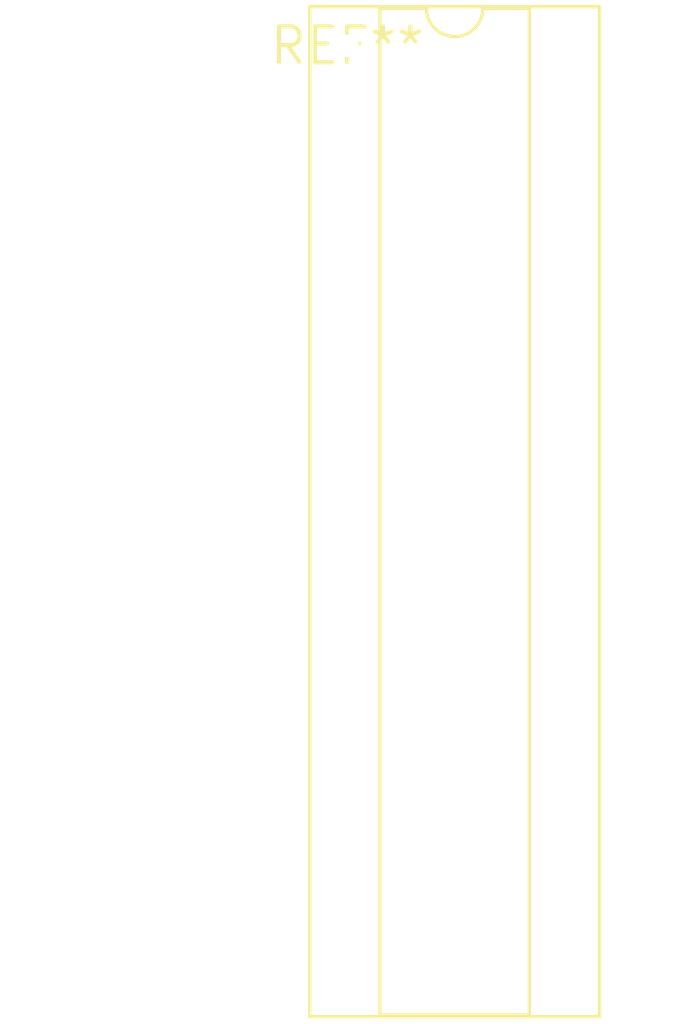
<source format=kicad_pcb>
(kicad_pcb (version 20240108) (generator pcbnew)
  (layers (0 "F.Cu" signal) (31 "B.Cu" signal) (34 "B.Paste" user) (35 "F.Paste" user) (36 "B.SilkS" user "B.Silkscreen") (37 "F.SilkS" user "F.Silkscreen") (38 "B.Mask" user) (39 "F.Mask" user) (44 "Edge.Cuts" user))
  (net 0 "")
  (footprint "DIP-28_W7.62mm_Socket" (layer "F.Cu") (at 0 0)
    (property "Reference" "REF**")
    (property "Value" "DIP-28_W7.62mm_Socket")
    (fp_line (start -1.33 -1.39) (end -1.33 34.41) (layer "F.SilkS") (stroke (width 0.12)))
    (fp_line (start -1.33 34.41) (end 8.95 34.41) (layer "F.SilkS") (stroke (width 0.12)))
    (fp_line (start 1.16 -1.33) (end 1.16 34.35) (layer "F.SilkS") (stroke (width 0.12)))
    (fp_line (start 1.16 34.35) (end 6.46 34.35) (layer "F.SilkS") (stroke (width 0.12)))
    (fp_line (start 2.81 -1.33) (end 1.16 -1.33) (layer "F.SilkS") (stroke (width 0.12)))
    (fp_line (start 6.46 -1.33) (end 4.81 -1.33) (layer "F.SilkS") (stroke (width 0.12)))
    (fp_line (start 6.46 34.35) (end 6.46 -1.33) (layer "F.SilkS") (stroke (width 0.12)))
    (fp_line (start 8.95 -1.39) (end -1.33 -1.39) (layer "F.SilkS") (stroke (width 0.12)))
    (fp_line (start 8.95 34.41) (end 8.95 -1.39) (layer "F.SilkS") (stroke (width 0.12)))
    (fp_arc (start 4.81 -1.33) (mid 3.81 -0.33) (end 2.81 -1.33) (layer "F.SilkS") (stroke (width 0.12)))
    (pad "1" thru_hole rect (at 0 0) (size 1.6 1.6) (drill 0.8) (layers *.Cu *.Mask) (remove_unused_layers))
    (pad "2" thru_hole oval (at 0 2.54) (size 1.6 1.6) (drill 0.8) (layers *.Cu *.Mask) (remove_unused_layers))
    (pad "3" thru_hole oval (at 0 5.08) (size 1.6 1.6) (drill 0.8) (layers *.Cu *.Mask) (remove_unused_layers))
    (pad "4" thru_hole oval (at 0 7.62) (size 1.6 1.6) (drill 0.8) (layers *.Cu *.Mask) (remove_unused_layers))
    (pad "5" thru_hole oval (at 0 10.16) (size 1.6 1.6) (drill 0.8) (layers *.Cu *.Mask) (remove_unused_layers))
    (pad "6" thru_hole oval (at 0 12.7) (size 1.6 1.6) (drill 0.8) (layers *.Cu *.Mask) (remove_unused_layers))
    (pad "7" thru_hole oval (at 0 15.24) (size 1.6 1.6) (drill 0.8) (layers *.Cu *.Mask) (remove_unused_layers))
    (pad "8" thru_hole oval (at 0 17.78) (size 1.6 1.6) (drill 0.8) (layers *.Cu *.Mask) (remove_unused_layers))
    (pad "9" thru_hole oval (at 0 20.32) (size 1.6 1.6) (drill 0.8) (layers *.Cu *.Mask) (remove_unused_layers))
    (pad "10" thru_hole oval (at 0 22.86) (size 1.6 1.6) (drill 0.8) (layers *.Cu *.Mask) (remove_unused_layers))
    (pad "11" thru_hole oval (at 0 25.4) (size 1.6 1.6) (drill 0.8) (layers *.Cu *.Mask) (remove_unused_layers))
    (pad "12" thru_hole oval (at 0 27.94) (size 1.6 1.6) (drill 0.8) (layers *.Cu *.Mask) (remove_unused_layers))
    (pad "13" thru_hole oval (at 0 30.48) (size 1.6 1.6) (drill 0.8) (layers *.Cu *.Mask) (remove_unused_layers))
    (pad "14" thru_hole oval (at 0 33.02) (size 1.6 1.6) (drill 0.8) (layers *.Cu *.Mask) (remove_unused_layers))
    (pad "15" thru_hole oval (at 7.62 33.02) (size 1.6 1.6) (drill 0.8) (layers *.Cu *.Mask) (remove_unused_layers))
    (pad "16" thru_hole oval (at 7.62 30.48) (size 1.6 1.6) (drill 0.8) (layers *.Cu *.Mask) (remove_unused_layers))
    (pad "17" thru_hole oval (at 7.62 27.94) (size 1.6 1.6) (drill 0.8) (layers *.Cu *.Mask) (remove_unused_layers))
    (pad "18" thru_hole oval (at 7.62 25.4) (size 1.6 1.6) (drill 0.8) (layers *.Cu *.Mask) (remove_unused_layers))
    (pad "19" thru_hole oval (at 7.62 22.86) (size 1.6 1.6) (drill 0.8) (layers *.Cu *.Mask) (remove_unused_layers))
    (pad "20" thru_hole oval (at 7.62 20.32) (size 1.6 1.6) (drill 0.8) (layers *.Cu *.Mask) (remove_unused_layers))
    (pad "21" thru_hole oval (at 7.62 17.78) (size 1.6 1.6) (drill 0.8) (layers *.Cu *.Mask) (remove_unused_layers))
    (pad "22" thru_hole oval (at 7.62 15.24) (size 1.6 1.6) (drill 0.8) (layers *.Cu *.Mask) (remove_unused_layers))
    (pad "23" thru_hole oval (at 7.62 12.7) (size 1.6 1.6) (drill 0.8) (layers *.Cu *.Mask) (remove_unused_layers))
    (pad "24" thru_hole oval (at 7.62 10.16) (size 1.6 1.6) (drill 0.8) (layers *.Cu *.Mask) (remove_unused_layers))
    (pad "25" thru_hole oval (at 7.62 7.62) (size 1.6 1.6) (drill 0.8) (layers *.Cu *.Mask) (remove_unused_layers))
    (pad "26" thru_hole oval (at 7.62 5.08) (size 1.6 1.6) (drill 0.8) (layers *.Cu *.Mask) (remove_unused_layers))
    (pad "27" thru_hole oval (at 7.62 2.54) (size 1.6 1.6) (drill 0.8) (layers *.Cu *.Mask) (remove_unused_layers))
    (pad "28" thru_hole oval (at 7.62 0) (size 1.6 1.6) (drill 0.8) (layers *.Cu *.Mask) (remove_unused_layers))
  )
)
</source>
